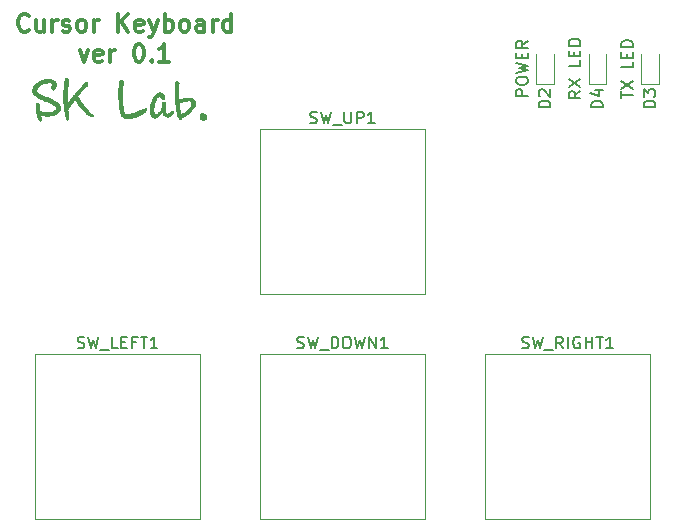
<source format=gto>
G04 #@! TF.GenerationSoftware,KiCad,Pcbnew,(5.0.0)*
G04 #@! TF.CreationDate,2018-12-24T14:00:07+09:00*
G04 #@! TF.ProjectId,mykeyboard,6D796B6579626F6172642E6B69636164,rev?*
G04 #@! TF.SameCoordinates,Original*
G04 #@! TF.FileFunction,Legend,Top*
G04 #@! TF.FilePolarity,Positive*
%FSLAX46Y46*%
G04 Gerber Fmt 4.6, Leading zero omitted, Abs format (unit mm)*
G04 Created by KiCad (PCBNEW (5.0.0)) date 12/24/18 14:00:07*
%MOMM*%
%LPD*%
G01*
G04 APERTURE LIST*
%ADD10C,0.300000*%
%ADD11C,0.150000*%
%ADD12C,0.120000*%
%ADD13C,0.010000*%
G04 APERTURE END LIST*
D10*
X78852142Y-48790714D02*
X78780714Y-48862142D01*
X78566428Y-48933571D01*
X78423571Y-48933571D01*
X78209285Y-48862142D01*
X78066428Y-48719285D01*
X77995000Y-48576428D01*
X77923571Y-48290714D01*
X77923571Y-48076428D01*
X77995000Y-47790714D01*
X78066428Y-47647857D01*
X78209285Y-47505000D01*
X78423571Y-47433571D01*
X78566428Y-47433571D01*
X78780714Y-47505000D01*
X78852142Y-47576428D01*
X80137857Y-47933571D02*
X80137857Y-48933571D01*
X79495000Y-47933571D02*
X79495000Y-48719285D01*
X79566428Y-48862142D01*
X79709285Y-48933571D01*
X79923571Y-48933571D01*
X80066428Y-48862142D01*
X80137857Y-48790714D01*
X80852142Y-48933571D02*
X80852142Y-47933571D01*
X80852142Y-48219285D02*
X80923571Y-48076428D01*
X80995000Y-48005000D01*
X81137857Y-47933571D01*
X81280714Y-47933571D01*
X81709285Y-48862142D02*
X81852142Y-48933571D01*
X82137857Y-48933571D01*
X82280714Y-48862142D01*
X82352142Y-48719285D01*
X82352142Y-48647857D01*
X82280714Y-48505000D01*
X82137857Y-48433571D01*
X81923571Y-48433571D01*
X81780714Y-48362142D01*
X81709285Y-48219285D01*
X81709285Y-48147857D01*
X81780714Y-48005000D01*
X81923571Y-47933571D01*
X82137857Y-47933571D01*
X82280714Y-48005000D01*
X83209285Y-48933571D02*
X83066428Y-48862142D01*
X82995000Y-48790714D01*
X82923571Y-48647857D01*
X82923571Y-48219285D01*
X82995000Y-48076428D01*
X83066428Y-48005000D01*
X83209285Y-47933571D01*
X83423571Y-47933571D01*
X83566428Y-48005000D01*
X83637857Y-48076428D01*
X83709285Y-48219285D01*
X83709285Y-48647857D01*
X83637857Y-48790714D01*
X83566428Y-48862142D01*
X83423571Y-48933571D01*
X83209285Y-48933571D01*
X84352142Y-48933571D02*
X84352142Y-47933571D01*
X84352142Y-48219285D02*
X84423571Y-48076428D01*
X84495000Y-48005000D01*
X84637857Y-47933571D01*
X84780714Y-47933571D01*
X86423571Y-48933571D02*
X86423571Y-47433571D01*
X87280714Y-48933571D02*
X86637857Y-48076428D01*
X87280714Y-47433571D02*
X86423571Y-48290714D01*
X88495000Y-48862142D02*
X88352142Y-48933571D01*
X88066428Y-48933571D01*
X87923571Y-48862142D01*
X87852142Y-48719285D01*
X87852142Y-48147857D01*
X87923571Y-48005000D01*
X88066428Y-47933571D01*
X88352142Y-47933571D01*
X88495000Y-48005000D01*
X88566428Y-48147857D01*
X88566428Y-48290714D01*
X87852142Y-48433571D01*
X89066428Y-47933571D02*
X89423571Y-48933571D01*
X89780714Y-47933571D02*
X89423571Y-48933571D01*
X89280714Y-49290714D01*
X89209285Y-49362142D01*
X89066428Y-49433571D01*
X90352142Y-48933571D02*
X90352142Y-47433571D01*
X90352142Y-48005000D02*
X90495000Y-47933571D01*
X90780714Y-47933571D01*
X90923571Y-48005000D01*
X90995000Y-48076428D01*
X91066428Y-48219285D01*
X91066428Y-48647857D01*
X90995000Y-48790714D01*
X90923571Y-48862142D01*
X90780714Y-48933571D01*
X90495000Y-48933571D01*
X90352142Y-48862142D01*
X91923571Y-48933571D02*
X91780714Y-48862142D01*
X91709285Y-48790714D01*
X91637857Y-48647857D01*
X91637857Y-48219285D01*
X91709285Y-48076428D01*
X91780714Y-48005000D01*
X91923571Y-47933571D01*
X92137857Y-47933571D01*
X92280714Y-48005000D01*
X92352142Y-48076428D01*
X92423571Y-48219285D01*
X92423571Y-48647857D01*
X92352142Y-48790714D01*
X92280714Y-48862142D01*
X92137857Y-48933571D01*
X91923571Y-48933571D01*
X93709285Y-48933571D02*
X93709285Y-48147857D01*
X93637857Y-48005000D01*
X93495000Y-47933571D01*
X93209285Y-47933571D01*
X93066428Y-48005000D01*
X93709285Y-48862142D02*
X93566428Y-48933571D01*
X93209285Y-48933571D01*
X93066428Y-48862142D01*
X92995000Y-48719285D01*
X92995000Y-48576428D01*
X93066428Y-48433571D01*
X93209285Y-48362142D01*
X93566428Y-48362142D01*
X93709285Y-48290714D01*
X94423571Y-48933571D02*
X94423571Y-47933571D01*
X94423571Y-48219285D02*
X94495000Y-48076428D01*
X94566428Y-48005000D01*
X94709285Y-47933571D01*
X94852142Y-47933571D01*
X95995000Y-48933571D02*
X95995000Y-47433571D01*
X95995000Y-48862142D02*
X95852142Y-48933571D01*
X95566428Y-48933571D01*
X95423571Y-48862142D01*
X95352142Y-48790714D01*
X95280714Y-48647857D01*
X95280714Y-48219285D01*
X95352142Y-48076428D01*
X95423571Y-48005000D01*
X95566428Y-47933571D01*
X95852142Y-47933571D01*
X95995000Y-48005000D01*
X83173571Y-50483571D02*
X83530714Y-51483571D01*
X83887857Y-50483571D01*
X85030714Y-51412142D02*
X84887857Y-51483571D01*
X84602142Y-51483571D01*
X84459285Y-51412142D01*
X84387857Y-51269285D01*
X84387857Y-50697857D01*
X84459285Y-50555000D01*
X84602142Y-50483571D01*
X84887857Y-50483571D01*
X85030714Y-50555000D01*
X85102142Y-50697857D01*
X85102142Y-50840714D01*
X84387857Y-50983571D01*
X85745000Y-51483571D02*
X85745000Y-50483571D01*
X85745000Y-50769285D02*
X85816428Y-50626428D01*
X85887857Y-50555000D01*
X86030714Y-50483571D01*
X86173571Y-50483571D01*
X88102142Y-49983571D02*
X88245000Y-49983571D01*
X88387857Y-50055000D01*
X88459285Y-50126428D01*
X88530714Y-50269285D01*
X88602142Y-50555000D01*
X88602142Y-50912142D01*
X88530714Y-51197857D01*
X88459285Y-51340714D01*
X88387857Y-51412142D01*
X88245000Y-51483571D01*
X88102142Y-51483571D01*
X87959285Y-51412142D01*
X87887857Y-51340714D01*
X87816428Y-51197857D01*
X87745000Y-50912142D01*
X87745000Y-50555000D01*
X87816428Y-50269285D01*
X87887857Y-50126428D01*
X87959285Y-50055000D01*
X88102142Y-49983571D01*
X89245000Y-51340714D02*
X89316428Y-51412142D01*
X89245000Y-51483571D01*
X89173571Y-51412142D01*
X89245000Y-51340714D01*
X89245000Y-51483571D01*
X90745000Y-51483571D02*
X89887857Y-51483571D01*
X90316428Y-51483571D02*
X90316428Y-49983571D01*
X90173571Y-50197857D01*
X90030714Y-50340714D01*
X89887857Y-50412142D01*
D11*
X128992380Y-54570000D02*
X128992380Y-53998571D01*
X129992380Y-54284285D02*
X128992380Y-54284285D01*
X128992380Y-53760476D02*
X129992380Y-53093809D01*
X128992380Y-53093809D02*
X129992380Y-53760476D01*
X129992380Y-51474761D02*
X129992380Y-51950952D01*
X128992380Y-51950952D01*
X129468571Y-51141428D02*
X129468571Y-50808095D01*
X129992380Y-50665238D02*
X129992380Y-51141428D01*
X128992380Y-51141428D01*
X128992380Y-50665238D01*
X129992380Y-50236666D02*
X128992380Y-50236666D01*
X128992380Y-49998571D01*
X129040000Y-49855714D01*
X129135238Y-49760476D01*
X129230476Y-49712857D01*
X129420952Y-49665238D01*
X129563809Y-49665238D01*
X129754285Y-49712857D01*
X129849523Y-49760476D01*
X129944761Y-49855714D01*
X129992380Y-49998571D01*
X129992380Y-50236666D01*
X125547380Y-53974761D02*
X125071190Y-54308095D01*
X125547380Y-54546190D02*
X124547380Y-54546190D01*
X124547380Y-54165238D01*
X124595000Y-54070000D01*
X124642619Y-54022380D01*
X124737857Y-53974761D01*
X124880714Y-53974761D01*
X124975952Y-54022380D01*
X125023571Y-54070000D01*
X125071190Y-54165238D01*
X125071190Y-54546190D01*
X124547380Y-53641428D02*
X125547380Y-52974761D01*
X124547380Y-52974761D02*
X125547380Y-53641428D01*
X125547380Y-51355714D02*
X125547380Y-51831904D01*
X124547380Y-51831904D01*
X125023571Y-51022380D02*
X125023571Y-50689047D01*
X125547380Y-50546190D02*
X125547380Y-51022380D01*
X124547380Y-51022380D01*
X124547380Y-50546190D01*
X125547380Y-50117619D02*
X124547380Y-50117619D01*
X124547380Y-49879523D01*
X124595000Y-49736666D01*
X124690238Y-49641428D01*
X124785476Y-49593809D01*
X124975952Y-49546190D01*
X125118809Y-49546190D01*
X125309285Y-49593809D01*
X125404523Y-49641428D01*
X125499761Y-49736666D01*
X125547380Y-49879523D01*
X125547380Y-50117619D01*
X121102380Y-54379523D02*
X120102380Y-54379523D01*
X120102380Y-53998571D01*
X120150000Y-53903333D01*
X120197619Y-53855714D01*
X120292857Y-53808095D01*
X120435714Y-53808095D01*
X120530952Y-53855714D01*
X120578571Y-53903333D01*
X120626190Y-53998571D01*
X120626190Y-54379523D01*
X120102380Y-53189047D02*
X120102380Y-52998571D01*
X120150000Y-52903333D01*
X120245238Y-52808095D01*
X120435714Y-52760476D01*
X120769047Y-52760476D01*
X120959523Y-52808095D01*
X121054761Y-52903333D01*
X121102380Y-52998571D01*
X121102380Y-53189047D01*
X121054761Y-53284285D01*
X120959523Y-53379523D01*
X120769047Y-53427142D01*
X120435714Y-53427142D01*
X120245238Y-53379523D01*
X120150000Y-53284285D01*
X120102380Y-53189047D01*
X120102380Y-52427142D02*
X121102380Y-52189047D01*
X120388095Y-51998571D01*
X121102380Y-51808095D01*
X120102380Y-51570000D01*
X120578571Y-51189047D02*
X120578571Y-50855714D01*
X121102380Y-50712857D02*
X121102380Y-51189047D01*
X120102380Y-51189047D01*
X120102380Y-50712857D01*
X121102380Y-49712857D02*
X120626190Y-50046190D01*
X121102380Y-50284285D02*
X120102380Y-50284285D01*
X120102380Y-49903333D01*
X120150000Y-49808095D01*
X120197619Y-49760476D01*
X120292857Y-49712857D01*
X120435714Y-49712857D01*
X120530952Y-49760476D01*
X120578571Y-49808095D01*
X120626190Y-49903333D01*
X120626190Y-50284285D01*
D12*
G04 #@! TO.C,SW_DOWN1*
X98425000Y-90170000D02*
X98425000Y-76200000D01*
X112395000Y-90170000D02*
X98425000Y-90170000D01*
X112395000Y-76200000D02*
X112395000Y-90170000D01*
X98425000Y-76200000D02*
X112395000Y-76200000D01*
G04 #@! TO.C,SW_LEFT1*
X79375000Y-90170000D02*
X79375000Y-76200000D01*
X93345000Y-90170000D02*
X79375000Y-90170000D01*
X93345000Y-76200000D02*
X93345000Y-90170000D01*
X79375000Y-76200000D02*
X93345000Y-76200000D01*
G04 #@! TO.C,SW_RIGHT1*
X117475000Y-90170000D02*
X117475000Y-76200000D01*
X131445000Y-90170000D02*
X117475000Y-90170000D01*
X131445000Y-76200000D02*
X131445000Y-90170000D01*
X117475000Y-76200000D02*
X131445000Y-76200000D01*
G04 #@! TO.C,SW_UP1*
X98425000Y-71120000D02*
X98425000Y-57150000D01*
X112395000Y-71120000D02*
X98425000Y-71120000D01*
X112395000Y-57150000D02*
X112395000Y-71120000D01*
X98425000Y-57150000D02*
X112395000Y-57150000D01*
G04 #@! TO.C,D2*
X123290000Y-53335000D02*
X123290000Y-50875000D01*
X121820000Y-53335000D02*
X123290000Y-53335000D01*
X121820000Y-50875000D02*
X121820000Y-53335000D01*
G04 #@! TO.C,D3*
X132180000Y-53335000D02*
X132180000Y-50875000D01*
X130710000Y-53335000D02*
X132180000Y-53335000D01*
X130710000Y-50875000D02*
X130710000Y-53335000D01*
G04 #@! TO.C,D4*
X127735000Y-53335000D02*
X127735000Y-50875000D01*
X126265000Y-53335000D02*
X127735000Y-53335000D01*
X126265000Y-50875000D02*
X126265000Y-53335000D01*
D13*
G04 #@! TO.C,G\002A\002A\002A*
G36*
X89939503Y-54085375D02*
X90020782Y-54103471D01*
X90094901Y-54139077D01*
X90160232Y-54190151D01*
X90215148Y-54254651D01*
X90258021Y-54330534D01*
X90287223Y-54415759D01*
X90301126Y-54508283D01*
X90302080Y-54540277D01*
X90301276Y-54577874D01*
X90297639Y-54601306D01*
X90289331Y-54616706D01*
X90275309Y-54629582D01*
X90239368Y-54645838D01*
X90193363Y-54649004D01*
X90142111Y-54639824D01*
X90090429Y-54619045D01*
X90052753Y-54595138D01*
X90033151Y-54576771D01*
X90020296Y-54553895D01*
X90010720Y-54519631D01*
X90008033Y-54506437D01*
X89991104Y-54438939D01*
X89969809Y-54386111D01*
X89945094Y-54349411D01*
X89917904Y-54330293D01*
X89892933Y-54329106D01*
X89849775Y-54349025D01*
X89803372Y-54386811D01*
X89754881Y-54440497D01*
X89705460Y-54508113D01*
X89656264Y-54587690D01*
X89608452Y-54677259D01*
X89563181Y-54774850D01*
X89521607Y-54878495D01*
X89484887Y-54986224D01*
X89463536Y-55059860D01*
X89435779Y-55177159D01*
X89415485Y-55293313D01*
X89402569Y-55406235D01*
X89396949Y-55513839D01*
X89398541Y-55614038D01*
X89407264Y-55704744D01*
X89423034Y-55783870D01*
X89445768Y-55849330D01*
X89475384Y-55899037D01*
X89497757Y-55921497D01*
X89522062Y-55935666D01*
X89549388Y-55938237D01*
X89565401Y-55936258D01*
X89621579Y-55918961D01*
X89683675Y-55885354D01*
X89749371Y-55837702D01*
X89816347Y-55778271D01*
X89882285Y-55709326D01*
X89944866Y-55633133D01*
X90001772Y-55551957D01*
X90050683Y-55468064D01*
X90056822Y-55456109D01*
X90071165Y-55426255D01*
X90080437Y-55401078D01*
X90085749Y-55374601D01*
X90088215Y-55340849D01*
X90088948Y-55293845D01*
X90088982Y-55283389D01*
X90090312Y-55220153D01*
X90093719Y-55149944D01*
X90098740Y-55078863D01*
X90104912Y-55013012D01*
X90111774Y-54958491D01*
X90115129Y-54938390D01*
X90130660Y-54896277D01*
X90156835Y-54869008D01*
X90191010Y-54856059D01*
X90230538Y-54856905D01*
X90272775Y-54871018D01*
X90315075Y-54897874D01*
X90354791Y-54936947D01*
X90389280Y-54987712D01*
X90392372Y-54993474D01*
X90397665Y-55009833D01*
X90397981Y-55032768D01*
X90393049Y-55067074D01*
X90386389Y-55100154D01*
X90377996Y-55154413D01*
X90372069Y-55223769D01*
X90368603Y-55303149D01*
X90367596Y-55387478D01*
X90369044Y-55471685D01*
X90372945Y-55550697D01*
X90379294Y-55619440D01*
X90386744Y-55666640D01*
X90403497Y-55732991D01*
X90423847Y-55790139D01*
X90446351Y-55834950D01*
X90469565Y-55864292D01*
X90481679Y-55872508D01*
X90514802Y-55877971D01*
X90561433Y-55871674D01*
X90619223Y-55854561D01*
X90685818Y-55827572D01*
X90758868Y-55791652D01*
X90836021Y-55747741D01*
X90907524Y-55701831D01*
X90947597Y-55675659D01*
X90982889Y-55654438D01*
X91009311Y-55640514D01*
X91022040Y-55636160D01*
X91048219Y-55643803D01*
X91061378Y-55666038D01*
X91061479Y-55701826D01*
X91048481Y-55750123D01*
X91028128Y-55798111D01*
X90981644Y-55878447D01*
X90923422Y-55947870D01*
X90850537Y-56009361D01*
X90771210Y-56059691D01*
X90684256Y-56101079D01*
X90600376Y-56125903D01*
X90521537Y-56133889D01*
X90449710Y-56124763D01*
X90408760Y-56110018D01*
X90355784Y-56076459D01*
X90302871Y-56027261D01*
X90253490Y-55966818D01*
X90211112Y-55899522D01*
X90179206Y-55829768D01*
X90172956Y-55811461D01*
X90160822Y-55779905D01*
X90147680Y-55763326D01*
X90131671Y-55762295D01*
X90110939Y-55777381D01*
X90083626Y-55809155D01*
X90055366Y-55847570D01*
X89982182Y-55941072D01*
X89903290Y-56024383D01*
X89821392Y-56095186D01*
X89739186Y-56151164D01*
X89659373Y-56190001D01*
X89653917Y-56192028D01*
X89591073Y-56208026D01*
X89521056Y-56214772D01*
X89451965Y-56212074D01*
X89391904Y-56199740D01*
X89387734Y-56198333D01*
X89317471Y-56165707D01*
X89258425Y-56119946D01*
X89208219Y-56058756D01*
X89167088Y-55985380D01*
X89134424Y-55898730D01*
X89110818Y-55796968D01*
X89096333Y-55683207D01*
X89091033Y-55560555D01*
X89094982Y-55432124D01*
X89108243Y-55301025D01*
X89130879Y-55170366D01*
X89148854Y-55093991D01*
X89192178Y-54949756D01*
X89245729Y-54808602D01*
X89308054Y-54672964D01*
X89377699Y-54545281D01*
X89453212Y-54427987D01*
X89533140Y-54323522D01*
X89616030Y-54234320D01*
X89700429Y-54162820D01*
X89706751Y-54158259D01*
X89775500Y-54116213D01*
X89840497Y-54091759D01*
X89905659Y-54083669D01*
X89939503Y-54085375D01*
X89939503Y-54085375D01*
G37*
X89939503Y-54085375D02*
X90020782Y-54103471D01*
X90094901Y-54139077D01*
X90160232Y-54190151D01*
X90215148Y-54254651D01*
X90258021Y-54330534D01*
X90287223Y-54415759D01*
X90301126Y-54508283D01*
X90302080Y-54540277D01*
X90301276Y-54577874D01*
X90297639Y-54601306D01*
X90289331Y-54616706D01*
X90275309Y-54629582D01*
X90239368Y-54645838D01*
X90193363Y-54649004D01*
X90142111Y-54639824D01*
X90090429Y-54619045D01*
X90052753Y-54595138D01*
X90033151Y-54576771D01*
X90020296Y-54553895D01*
X90010720Y-54519631D01*
X90008033Y-54506437D01*
X89991104Y-54438939D01*
X89969809Y-54386111D01*
X89945094Y-54349411D01*
X89917904Y-54330293D01*
X89892933Y-54329106D01*
X89849775Y-54349025D01*
X89803372Y-54386811D01*
X89754881Y-54440497D01*
X89705460Y-54508113D01*
X89656264Y-54587690D01*
X89608452Y-54677259D01*
X89563181Y-54774850D01*
X89521607Y-54878495D01*
X89484887Y-54986224D01*
X89463536Y-55059860D01*
X89435779Y-55177159D01*
X89415485Y-55293313D01*
X89402569Y-55406235D01*
X89396949Y-55513839D01*
X89398541Y-55614038D01*
X89407264Y-55704744D01*
X89423034Y-55783870D01*
X89445768Y-55849330D01*
X89475384Y-55899037D01*
X89497757Y-55921497D01*
X89522062Y-55935666D01*
X89549388Y-55938237D01*
X89565401Y-55936258D01*
X89621579Y-55918961D01*
X89683675Y-55885354D01*
X89749371Y-55837702D01*
X89816347Y-55778271D01*
X89882285Y-55709326D01*
X89944866Y-55633133D01*
X90001772Y-55551957D01*
X90050683Y-55468064D01*
X90056822Y-55456109D01*
X90071165Y-55426255D01*
X90080437Y-55401078D01*
X90085749Y-55374601D01*
X90088215Y-55340849D01*
X90088948Y-55293845D01*
X90088982Y-55283389D01*
X90090312Y-55220153D01*
X90093719Y-55149944D01*
X90098740Y-55078863D01*
X90104912Y-55013012D01*
X90111774Y-54958491D01*
X90115129Y-54938390D01*
X90130660Y-54896277D01*
X90156835Y-54869008D01*
X90191010Y-54856059D01*
X90230538Y-54856905D01*
X90272775Y-54871018D01*
X90315075Y-54897874D01*
X90354791Y-54936947D01*
X90389280Y-54987712D01*
X90392372Y-54993474D01*
X90397665Y-55009833D01*
X90397981Y-55032768D01*
X90393049Y-55067074D01*
X90386389Y-55100154D01*
X90377996Y-55154413D01*
X90372069Y-55223769D01*
X90368603Y-55303149D01*
X90367596Y-55387478D01*
X90369044Y-55471685D01*
X90372945Y-55550697D01*
X90379294Y-55619440D01*
X90386744Y-55666640D01*
X90403497Y-55732991D01*
X90423847Y-55790139D01*
X90446351Y-55834950D01*
X90469565Y-55864292D01*
X90481679Y-55872508D01*
X90514802Y-55877971D01*
X90561433Y-55871674D01*
X90619223Y-55854561D01*
X90685818Y-55827572D01*
X90758868Y-55791652D01*
X90836021Y-55747741D01*
X90907524Y-55701831D01*
X90947597Y-55675659D01*
X90982889Y-55654438D01*
X91009311Y-55640514D01*
X91022040Y-55636160D01*
X91048219Y-55643803D01*
X91061378Y-55666038D01*
X91061479Y-55701826D01*
X91048481Y-55750123D01*
X91028128Y-55798111D01*
X90981644Y-55878447D01*
X90923422Y-55947870D01*
X90850537Y-56009361D01*
X90771210Y-56059691D01*
X90684256Y-56101079D01*
X90600376Y-56125903D01*
X90521537Y-56133889D01*
X90449710Y-56124763D01*
X90408760Y-56110018D01*
X90355784Y-56076459D01*
X90302871Y-56027261D01*
X90253490Y-55966818D01*
X90211112Y-55899522D01*
X90179206Y-55829768D01*
X90172956Y-55811461D01*
X90160822Y-55779905D01*
X90147680Y-55763326D01*
X90131671Y-55762295D01*
X90110939Y-55777381D01*
X90083626Y-55809155D01*
X90055366Y-55847570D01*
X89982182Y-55941072D01*
X89903290Y-56024383D01*
X89821392Y-56095186D01*
X89739186Y-56151164D01*
X89659373Y-56190001D01*
X89653917Y-56192028D01*
X89591073Y-56208026D01*
X89521056Y-56214772D01*
X89451965Y-56212074D01*
X89391904Y-56199740D01*
X89387734Y-56198333D01*
X89317471Y-56165707D01*
X89258425Y-56119946D01*
X89208219Y-56058756D01*
X89167088Y-55985380D01*
X89134424Y-55898730D01*
X89110818Y-55796968D01*
X89096333Y-55683207D01*
X89091033Y-55560555D01*
X89094982Y-55432124D01*
X89108243Y-55301025D01*
X89130879Y-55170366D01*
X89148854Y-55093991D01*
X89192178Y-54949756D01*
X89245729Y-54808602D01*
X89308054Y-54672964D01*
X89377699Y-54545281D01*
X89453212Y-54427987D01*
X89533140Y-54323522D01*
X89616030Y-54234320D01*
X89700429Y-54162820D01*
X89706751Y-54158259D01*
X89775500Y-54116213D01*
X89840497Y-54091759D01*
X89905659Y-54083669D01*
X89939503Y-54085375D01*
G36*
X86698521Y-53011960D02*
X86738023Y-53042831D01*
X86774488Y-53087692D01*
X86794261Y-53121560D01*
X86810042Y-53158791D01*
X86818239Y-53197044D01*
X86818939Y-53240854D01*
X86812230Y-53294755D01*
X86798874Y-53360320D01*
X86785726Y-53423849D01*
X86774578Y-53490717D01*
X86765300Y-53562982D01*
X86757760Y-53642699D01*
X86751828Y-53731925D01*
X86747375Y-53832716D01*
X86744269Y-53947128D01*
X86742380Y-54077218D01*
X86741578Y-54225042D01*
X86741532Y-54264560D01*
X86743723Y-54518348D01*
X86750563Y-54752976D01*
X86762113Y-54969078D01*
X86778431Y-55167289D01*
X86799578Y-55348244D01*
X86825614Y-55512577D01*
X86856600Y-55660923D01*
X86883437Y-55763160D01*
X86900610Y-55818846D01*
X86916014Y-55858276D01*
X86931847Y-55885122D01*
X86950306Y-55903056D01*
X86973591Y-55915752D01*
X86975143Y-55916408D01*
X87003097Y-55923152D01*
X87046540Y-55927773D01*
X87100749Y-55930217D01*
X87161000Y-55930426D01*
X87222568Y-55928345D01*
X87280729Y-55923916D01*
X87309960Y-55920402D01*
X87446758Y-55896243D01*
X87597669Y-55860500D01*
X87760617Y-55813874D01*
X87933525Y-55757062D01*
X88114319Y-55690762D01*
X88300921Y-55615673D01*
X88491255Y-55532493D01*
X88566997Y-55497567D01*
X88621042Y-55472936D01*
X88670297Y-55451722D01*
X88711182Y-55435370D01*
X88740120Y-55425326D01*
X88752021Y-55422800D01*
X88777188Y-55430039D01*
X88798632Y-55445660D01*
X88814344Y-55476277D01*
X88813181Y-55514369D01*
X88796399Y-55558238D01*
X88765254Y-55606184D01*
X88721003Y-55656509D01*
X88664900Y-55707515D01*
X88598204Y-55757503D01*
X88541228Y-55793752D01*
X88368733Y-55889991D01*
X88190329Y-55978421D01*
X88009228Y-56057815D01*
X87828643Y-56126946D01*
X87651786Y-56184588D01*
X87481868Y-56229514D01*
X87322102Y-56260498D01*
X87316890Y-56261292D01*
X87253709Y-56268690D01*
X87185141Y-56273153D01*
X87116137Y-56274693D01*
X87051649Y-56273318D01*
X86996626Y-56269039D01*
X86956022Y-56261867D01*
X86951463Y-56260537D01*
X86878497Y-56228688D01*
X86806618Y-56181232D01*
X86740798Y-56122508D01*
X86686010Y-56056855D01*
X86652038Y-55999283D01*
X86621542Y-55923479D01*
X86592616Y-55828991D01*
X86565450Y-55717408D01*
X86540234Y-55590322D01*
X86517156Y-55449320D01*
X86496407Y-55295993D01*
X86478175Y-55131930D01*
X86462651Y-54958721D01*
X86450024Y-54777954D01*
X86440483Y-54591221D01*
X86434218Y-54400110D01*
X86431418Y-54206210D01*
X86431282Y-54147720D01*
X86433178Y-53951584D01*
X86438621Y-53772715D01*
X86447565Y-53611445D01*
X86459967Y-53468104D01*
X86475779Y-53343025D01*
X86494956Y-53236538D01*
X86517453Y-53148974D01*
X86543224Y-53080666D01*
X86572224Y-53031945D01*
X86586824Y-53016028D01*
X86620418Y-52997285D01*
X86658484Y-52996354D01*
X86698521Y-53011960D01*
X86698521Y-53011960D01*
G37*
X86698521Y-53011960D02*
X86738023Y-53042831D01*
X86774488Y-53087692D01*
X86794261Y-53121560D01*
X86810042Y-53158791D01*
X86818239Y-53197044D01*
X86818939Y-53240854D01*
X86812230Y-53294755D01*
X86798874Y-53360320D01*
X86785726Y-53423849D01*
X86774578Y-53490717D01*
X86765300Y-53562982D01*
X86757760Y-53642699D01*
X86751828Y-53731925D01*
X86747375Y-53832716D01*
X86744269Y-53947128D01*
X86742380Y-54077218D01*
X86741578Y-54225042D01*
X86741532Y-54264560D01*
X86743723Y-54518348D01*
X86750563Y-54752976D01*
X86762113Y-54969078D01*
X86778431Y-55167289D01*
X86799578Y-55348244D01*
X86825614Y-55512577D01*
X86856600Y-55660923D01*
X86883437Y-55763160D01*
X86900610Y-55818846D01*
X86916014Y-55858276D01*
X86931847Y-55885122D01*
X86950306Y-55903056D01*
X86973591Y-55915752D01*
X86975143Y-55916408D01*
X87003097Y-55923152D01*
X87046540Y-55927773D01*
X87100749Y-55930217D01*
X87161000Y-55930426D01*
X87222568Y-55928345D01*
X87280729Y-55923916D01*
X87309960Y-55920402D01*
X87446758Y-55896243D01*
X87597669Y-55860500D01*
X87760617Y-55813874D01*
X87933525Y-55757062D01*
X88114319Y-55690762D01*
X88300921Y-55615673D01*
X88491255Y-55532493D01*
X88566997Y-55497567D01*
X88621042Y-55472936D01*
X88670297Y-55451722D01*
X88711182Y-55435370D01*
X88740120Y-55425326D01*
X88752021Y-55422800D01*
X88777188Y-55430039D01*
X88798632Y-55445660D01*
X88814344Y-55476277D01*
X88813181Y-55514369D01*
X88796399Y-55558238D01*
X88765254Y-55606184D01*
X88721003Y-55656509D01*
X88664900Y-55707515D01*
X88598204Y-55757503D01*
X88541228Y-55793752D01*
X88368733Y-55889991D01*
X88190329Y-55978421D01*
X88009228Y-56057815D01*
X87828643Y-56126946D01*
X87651786Y-56184588D01*
X87481868Y-56229514D01*
X87322102Y-56260498D01*
X87316890Y-56261292D01*
X87253709Y-56268690D01*
X87185141Y-56273153D01*
X87116137Y-56274693D01*
X87051649Y-56273318D01*
X86996626Y-56269039D01*
X86956022Y-56261867D01*
X86951463Y-56260537D01*
X86878497Y-56228688D01*
X86806618Y-56181232D01*
X86740798Y-56122508D01*
X86686010Y-56056855D01*
X86652038Y-55999283D01*
X86621542Y-55923479D01*
X86592616Y-55828991D01*
X86565450Y-55717408D01*
X86540234Y-55590322D01*
X86517156Y-55449320D01*
X86496407Y-55295993D01*
X86478175Y-55131930D01*
X86462651Y-54958721D01*
X86450024Y-54777954D01*
X86440483Y-54591221D01*
X86434218Y-54400110D01*
X86431418Y-54206210D01*
X86431282Y-54147720D01*
X86433178Y-53951584D01*
X86438621Y-53772715D01*
X86447565Y-53611445D01*
X86459967Y-53468104D01*
X86475779Y-53343025D01*
X86494956Y-53236538D01*
X86517453Y-53148974D01*
X86543224Y-53080666D01*
X86572224Y-53031945D01*
X86586824Y-53016028D01*
X86620418Y-52997285D01*
X86658484Y-52996354D01*
X86698521Y-53011960D01*
G36*
X91364959Y-53106702D02*
X91410422Y-53130233D01*
X91456658Y-53169471D01*
X91499117Y-53220512D01*
X91501279Y-53223624D01*
X91530886Y-53266656D01*
X91516561Y-53341527D01*
X91506018Y-53409732D01*
X91496996Y-53494607D01*
X91489727Y-53592541D01*
X91484445Y-53699923D01*
X91481382Y-53813144D01*
X91480681Y-53897365D01*
X91481102Y-53964864D01*
X91482314Y-54040677D01*
X91484202Y-54121943D01*
X91486651Y-54205802D01*
X91489548Y-54289392D01*
X91492776Y-54369854D01*
X91496221Y-54444326D01*
X91499768Y-54509948D01*
X91503303Y-54563859D01*
X91506710Y-54603199D01*
X91509875Y-54625106D01*
X91509900Y-54625208D01*
X91524052Y-54652547D01*
X91543635Y-54670340D01*
X91557878Y-54676780D01*
X91573512Y-54678724D01*
X91595391Y-54675641D01*
X91628365Y-54666999D01*
X91659838Y-54657602D01*
X91706219Y-54644311D01*
X91764758Y-54628750D01*
X91827742Y-54612915D01*
X91883962Y-54599596D01*
X92045881Y-54566957D01*
X92192445Y-54546618D01*
X92324553Y-54538682D01*
X92443103Y-54543253D01*
X92548992Y-54560434D01*
X92643118Y-54590328D01*
X92726380Y-54633040D01*
X92799676Y-54688672D01*
X92819278Y-54707319D01*
X92870514Y-54764565D01*
X92905092Y-54819070D01*
X92925220Y-54875648D01*
X92933104Y-54939112D01*
X92933420Y-54956354D01*
X92923745Y-55063830D01*
X92895183Y-55173756D01*
X92848836Y-55284936D01*
X92785807Y-55396174D01*
X92707199Y-55506274D01*
X92614116Y-55614039D01*
X92507659Y-55718275D01*
X92388932Y-55817785D01*
X92259037Y-55911373D01*
X92119078Y-55997843D01*
X91970157Y-56076000D01*
X91852160Y-56128895D01*
X91810037Y-56147447D01*
X91775029Y-56164765D01*
X91751411Y-56178619D01*
X91743701Y-56185476D01*
X91736834Y-56203577D01*
X91728017Y-56232870D01*
X91723786Y-56248778D01*
X91704573Y-56300535D01*
X91678143Y-56333516D01*
X91644773Y-56347562D01*
X91604741Y-56342515D01*
X91579700Y-56331389D01*
X91565428Y-56321594D01*
X91552578Y-56307051D01*
X91539747Y-56284869D01*
X91525534Y-56252163D01*
X91508535Y-56206042D01*
X91487349Y-56143620D01*
X91484823Y-56135996D01*
X91438095Y-55979874D01*
X91394748Y-55804415D01*
X91354897Y-55610339D01*
X91318661Y-55398365D01*
X91286153Y-55169214D01*
X91265347Y-54990915D01*
X91539249Y-54990915D01*
X91546043Y-55067157D01*
X91560051Y-55201807D01*
X91579188Y-55350957D01*
X91602735Y-55509649D01*
X91629972Y-55672924D01*
X91649421Y-55779732D01*
X91659892Y-55834711D01*
X91667906Y-55873038D01*
X91674764Y-55898031D01*
X91681766Y-55913008D01*
X91690215Y-55921288D01*
X91701410Y-55926187D01*
X91707614Y-55928149D01*
X91739705Y-55932686D01*
X91760040Y-55925715D01*
X91778167Y-55914674D01*
X91807889Y-55896558D01*
X91843452Y-55874872D01*
X91851480Y-55869976D01*
X91963001Y-55797345D01*
X92073323Y-55716782D01*
X92179482Y-55630924D01*
X92278518Y-55542413D01*
X92367465Y-55453886D01*
X92443364Y-55367984D01*
X92500023Y-55292194D01*
X92556810Y-55198123D01*
X92595226Y-55112415D01*
X92615300Y-55034804D01*
X92617056Y-54965022D01*
X92600521Y-54902802D01*
X92565721Y-54847877D01*
X92545790Y-54827037D01*
X92512199Y-54798037D01*
X92481119Y-54778872D01*
X92447215Y-54767997D01*
X92405150Y-54763863D01*
X92349592Y-54764924D01*
X92334406Y-54765736D01*
X92207360Y-54780006D01*
X92066501Y-54808988D01*
X91911988Y-54852643D01*
X91743981Y-54910929D01*
X91685204Y-54933524D01*
X91539249Y-54990915D01*
X91265347Y-54990915D01*
X91257492Y-54923605D01*
X91232794Y-54662258D01*
X91219928Y-54498240D01*
X91215312Y-54423507D01*
X91211324Y-54336540D01*
X91207979Y-54239954D01*
X91205287Y-54136364D01*
X91203262Y-54028383D01*
X91201914Y-53918627D01*
X91201257Y-53809710D01*
X91201302Y-53704246D01*
X91202061Y-53604850D01*
X91203547Y-53514138D01*
X91205772Y-53434722D01*
X91208747Y-53369219D01*
X91212485Y-53320242D01*
X91214398Y-53304440D01*
X91229892Y-53225538D01*
X91250935Y-53166057D01*
X91277651Y-53125837D01*
X91310162Y-53104717D01*
X91348590Y-53102536D01*
X91364959Y-53106702D01*
X91364959Y-53106702D01*
G37*
X91364959Y-53106702D02*
X91410422Y-53130233D01*
X91456658Y-53169471D01*
X91499117Y-53220512D01*
X91501279Y-53223624D01*
X91530886Y-53266656D01*
X91516561Y-53341527D01*
X91506018Y-53409732D01*
X91496996Y-53494607D01*
X91489727Y-53592541D01*
X91484445Y-53699923D01*
X91481382Y-53813144D01*
X91480681Y-53897365D01*
X91481102Y-53964864D01*
X91482314Y-54040677D01*
X91484202Y-54121943D01*
X91486651Y-54205802D01*
X91489548Y-54289392D01*
X91492776Y-54369854D01*
X91496221Y-54444326D01*
X91499768Y-54509948D01*
X91503303Y-54563859D01*
X91506710Y-54603199D01*
X91509875Y-54625106D01*
X91509900Y-54625208D01*
X91524052Y-54652547D01*
X91543635Y-54670340D01*
X91557878Y-54676780D01*
X91573512Y-54678724D01*
X91595391Y-54675641D01*
X91628365Y-54666999D01*
X91659838Y-54657602D01*
X91706219Y-54644311D01*
X91764758Y-54628750D01*
X91827742Y-54612915D01*
X91883962Y-54599596D01*
X92045881Y-54566957D01*
X92192445Y-54546618D01*
X92324553Y-54538682D01*
X92443103Y-54543253D01*
X92548992Y-54560434D01*
X92643118Y-54590328D01*
X92726380Y-54633040D01*
X92799676Y-54688672D01*
X92819278Y-54707319D01*
X92870514Y-54764565D01*
X92905092Y-54819070D01*
X92925220Y-54875648D01*
X92933104Y-54939112D01*
X92933420Y-54956354D01*
X92923745Y-55063830D01*
X92895183Y-55173756D01*
X92848836Y-55284936D01*
X92785807Y-55396174D01*
X92707199Y-55506274D01*
X92614116Y-55614039D01*
X92507659Y-55718275D01*
X92388932Y-55817785D01*
X92259037Y-55911373D01*
X92119078Y-55997843D01*
X91970157Y-56076000D01*
X91852160Y-56128895D01*
X91810037Y-56147447D01*
X91775029Y-56164765D01*
X91751411Y-56178619D01*
X91743701Y-56185476D01*
X91736834Y-56203577D01*
X91728017Y-56232870D01*
X91723786Y-56248778D01*
X91704573Y-56300535D01*
X91678143Y-56333516D01*
X91644773Y-56347562D01*
X91604741Y-56342515D01*
X91579700Y-56331389D01*
X91565428Y-56321594D01*
X91552578Y-56307051D01*
X91539747Y-56284869D01*
X91525534Y-56252163D01*
X91508535Y-56206042D01*
X91487349Y-56143620D01*
X91484823Y-56135996D01*
X91438095Y-55979874D01*
X91394748Y-55804415D01*
X91354897Y-55610339D01*
X91318661Y-55398365D01*
X91286153Y-55169214D01*
X91265347Y-54990915D01*
X91539249Y-54990915D01*
X91546043Y-55067157D01*
X91560051Y-55201807D01*
X91579188Y-55350957D01*
X91602735Y-55509649D01*
X91629972Y-55672924D01*
X91649421Y-55779732D01*
X91659892Y-55834711D01*
X91667906Y-55873038D01*
X91674764Y-55898031D01*
X91681766Y-55913008D01*
X91690215Y-55921288D01*
X91701410Y-55926187D01*
X91707614Y-55928149D01*
X91739705Y-55932686D01*
X91760040Y-55925715D01*
X91778167Y-55914674D01*
X91807889Y-55896558D01*
X91843452Y-55874872D01*
X91851480Y-55869976D01*
X91963001Y-55797345D01*
X92073323Y-55716782D01*
X92179482Y-55630924D01*
X92278518Y-55542413D01*
X92367465Y-55453886D01*
X92443364Y-55367984D01*
X92500023Y-55292194D01*
X92556810Y-55198123D01*
X92595226Y-55112415D01*
X92615300Y-55034804D01*
X92617056Y-54965022D01*
X92600521Y-54902802D01*
X92565721Y-54847877D01*
X92545790Y-54827037D01*
X92512199Y-54798037D01*
X92481119Y-54778872D01*
X92447215Y-54767997D01*
X92405150Y-54763863D01*
X92349592Y-54764924D01*
X92334406Y-54765736D01*
X92207360Y-54780006D01*
X92066501Y-54808988D01*
X91911988Y-54852643D01*
X91743981Y-54910929D01*
X91685204Y-54933524D01*
X91539249Y-54990915D01*
X91265347Y-54990915D01*
X91257492Y-54923605D01*
X91232794Y-54662258D01*
X91219928Y-54498240D01*
X91215312Y-54423507D01*
X91211324Y-54336540D01*
X91207979Y-54239954D01*
X91205287Y-54136364D01*
X91203262Y-54028383D01*
X91201914Y-53918627D01*
X91201257Y-53809710D01*
X91201302Y-53704246D01*
X91202061Y-53604850D01*
X91203547Y-53514138D01*
X91205772Y-53434722D01*
X91208747Y-53369219D01*
X91212485Y-53320242D01*
X91214398Y-53304440D01*
X91229892Y-53225538D01*
X91250935Y-53166057D01*
X91277651Y-53125837D01*
X91310162Y-53104717D01*
X91348590Y-53102536D01*
X91364959Y-53106702D01*
G36*
X93550645Y-55831393D02*
X93559198Y-55832211D01*
X93634200Y-55849865D01*
X93702921Y-55885667D01*
X93762984Y-55937820D01*
X93812010Y-56004529D01*
X93828170Y-56035251D01*
X93852660Y-56106524D01*
X93858686Y-56175297D01*
X93846915Y-56239264D01*
X93818016Y-56296121D01*
X93772657Y-56343561D01*
X93731080Y-56370132D01*
X93685988Y-56385611D01*
X93629780Y-56393769D01*
X93570488Y-56394079D01*
X93516145Y-56386018D01*
X93510640Y-56384549D01*
X93443586Y-56356776D01*
X93386801Y-56315512D01*
X93343628Y-56263721D01*
X93321003Y-56216303D01*
X93310977Y-56162246D01*
X93311600Y-56098534D01*
X93321799Y-56032108D01*
X93340499Y-55969912D01*
X93366627Y-55918887D01*
X93367095Y-55918207D01*
X93399096Y-55884767D01*
X93443571Y-55855699D01*
X93448293Y-55853326D01*
X93485027Y-55837415D01*
X93515579Y-55830783D01*
X93550645Y-55831393D01*
X93550645Y-55831393D01*
G37*
X93550645Y-55831393D02*
X93559198Y-55832211D01*
X93634200Y-55849865D01*
X93702921Y-55885667D01*
X93762984Y-55937820D01*
X93812010Y-56004529D01*
X93828170Y-56035251D01*
X93852660Y-56106524D01*
X93858686Y-56175297D01*
X93846915Y-56239264D01*
X93818016Y-56296121D01*
X93772657Y-56343561D01*
X93731080Y-56370132D01*
X93685988Y-56385611D01*
X93629780Y-56393769D01*
X93570488Y-56394079D01*
X93516145Y-56386018D01*
X93510640Y-56384549D01*
X93443586Y-56356776D01*
X93386801Y-56315512D01*
X93343628Y-56263721D01*
X93321003Y-56216303D01*
X93310977Y-56162246D01*
X93311600Y-56098534D01*
X93321799Y-56032108D01*
X93340499Y-55969912D01*
X93366627Y-55918887D01*
X93367095Y-55918207D01*
X93399096Y-55884767D01*
X93443571Y-55855699D01*
X93448293Y-55853326D01*
X93485027Y-55837415D01*
X93515579Y-55830783D01*
X93550645Y-55831393D01*
G36*
X82038248Y-52887109D02*
X82081189Y-52905496D01*
X82120321Y-52941038D01*
X82150546Y-52987321D01*
X82166107Y-53024274D01*
X82175236Y-53064359D01*
X82178004Y-53111138D01*
X82174485Y-53168176D01*
X82164751Y-53239039D01*
X82156621Y-53286040D01*
X82131651Y-53442312D01*
X82110319Y-53615176D01*
X82092822Y-53801198D01*
X82079360Y-53996941D01*
X82070129Y-54198973D01*
X82065328Y-54403856D01*
X82065155Y-54608158D01*
X82069437Y-54797960D01*
X82077560Y-55031640D01*
X82103884Y-55034698D01*
X82115442Y-55034315D01*
X82126972Y-55028606D01*
X82140725Y-55015032D01*
X82158954Y-54991050D01*
X82183911Y-54954121D01*
X82207459Y-54917858D01*
X82242559Y-54864492D01*
X82283941Y-54803363D01*
X82329045Y-54738082D01*
X82375316Y-54672263D01*
X82420196Y-54609517D01*
X82461126Y-54553456D01*
X82495550Y-54507694D01*
X82517573Y-54479847D01*
X82537539Y-54454936D01*
X82565646Y-54418969D01*
X82597853Y-54377152D01*
X82624253Y-54342457D01*
X82676916Y-54274141D01*
X82736959Y-54198536D01*
X82803062Y-54117145D01*
X82873904Y-54031467D01*
X82948166Y-53943004D01*
X83024526Y-53853258D01*
X83101664Y-53763729D01*
X83178260Y-53675918D01*
X83252993Y-53591327D01*
X83324543Y-53511457D01*
X83391589Y-53437809D01*
X83452811Y-53371884D01*
X83506888Y-53315183D01*
X83552500Y-53269207D01*
X83588326Y-53235459D01*
X83613046Y-53215438D01*
X83618578Y-53212080D01*
X83663284Y-53197781D01*
X83703100Y-53202181D01*
X83736398Y-53223923D01*
X83761547Y-53261650D01*
X83776918Y-53314003D01*
X83780529Y-53346972D01*
X83782922Y-53401071D01*
X83781923Y-53439948D01*
X83775949Y-53468619D01*
X83763416Y-53492101D01*
X83742742Y-53515410D01*
X83720940Y-53535799D01*
X83558599Y-53688908D01*
X83392154Y-53857125D01*
X83225124Y-54036720D01*
X83061027Y-54223964D01*
X82978344Y-54322727D01*
X82934609Y-54375815D01*
X83005933Y-54501785D01*
X83109413Y-54676109D01*
X83220643Y-54846702D01*
X83341219Y-55015579D01*
X83472736Y-55184758D01*
X83616793Y-55356252D01*
X83774985Y-55532079D01*
X83948909Y-55714253D01*
X84035257Y-55801359D01*
X84106658Y-55872866D01*
X84164534Y-55931638D01*
X84209942Y-55979092D01*
X84243938Y-56016647D01*
X84267578Y-56045720D01*
X84281919Y-56067729D01*
X84288017Y-56084092D01*
X84286928Y-56096226D01*
X84279709Y-56105548D01*
X84267707Y-56113322D01*
X84227355Y-56124122D01*
X84172964Y-56121277D01*
X84105366Y-56104991D01*
X84025390Y-56075469D01*
X83933867Y-56032915D01*
X83926993Y-56029425D01*
X83897358Y-56014024D01*
X83871729Y-55999614D01*
X83847823Y-55984274D01*
X83823354Y-55966080D01*
X83796038Y-55943109D01*
X83763591Y-55913438D01*
X83723728Y-55875145D01*
X83674165Y-55826305D01*
X83612618Y-55764998D01*
X83611380Y-55763762D01*
X83438806Y-55585195D01*
X83280906Y-55408033D01*
X83133222Y-55226829D01*
X82991299Y-55036132D01*
X82861058Y-54846220D01*
X82824688Y-54791467D01*
X82797411Y-54751413D01*
X82777178Y-54723765D01*
X82761943Y-54706226D01*
X82749657Y-54696503D01*
X82738274Y-54692301D01*
X82725747Y-54691324D01*
X82722848Y-54691313D01*
X82711553Y-54691903D01*
X82700925Y-54694886D01*
X82689263Y-54702116D01*
X82674861Y-54715448D01*
X82656018Y-54736738D01*
X82631028Y-54767839D01*
X82598190Y-54810607D01*
X82555799Y-54866897D01*
X82530227Y-54901041D01*
X82476111Y-54974210D01*
X82420702Y-55050690D01*
X82365719Y-55127979D01*
X82312880Y-55203576D01*
X82263905Y-55274978D01*
X82220513Y-55339683D01*
X82184423Y-55395189D01*
X82157354Y-55438994D01*
X82142987Y-55464641D01*
X82123851Y-55502150D01*
X82168088Y-55759655D01*
X82181647Y-55839148D01*
X82191975Y-55901944D01*
X82199389Y-55951356D01*
X82204207Y-55990694D01*
X82206746Y-56023269D01*
X82207322Y-56052394D01*
X82206252Y-56081380D01*
X82203855Y-56113537D01*
X82202965Y-56123840D01*
X82194095Y-56202104D01*
X82182343Y-56270805D01*
X82168417Y-56326697D01*
X82153027Y-56366534D01*
X82148040Y-56375161D01*
X82124859Y-56394409D01*
X82094251Y-56397332D01*
X82060607Y-56384137D01*
X82042548Y-56370220D01*
X82023567Y-56343562D01*
X82002870Y-56297414D01*
X81980688Y-56232512D01*
X81957250Y-56149594D01*
X81932787Y-56049395D01*
X81910763Y-55948328D01*
X81876232Y-55772876D01*
X81847364Y-55604790D01*
X81823807Y-55440304D01*
X81805209Y-55275653D01*
X81791217Y-55107071D01*
X81781481Y-54930793D01*
X81775648Y-54743054D01*
X81773366Y-54540089D01*
X81773318Y-54477920D01*
X81775467Y-54245667D01*
X81781212Y-54023119D01*
X81790444Y-53812010D01*
X81803052Y-53614073D01*
X81818925Y-53431042D01*
X81837954Y-53264651D01*
X81860024Y-53116653D01*
X81873312Y-53047682D01*
X81887377Y-52995613D01*
X81903679Y-52957037D01*
X81923677Y-52928549D01*
X81948831Y-52906742D01*
X81950406Y-52905660D01*
X81993865Y-52886841D01*
X82038248Y-52887109D01*
X82038248Y-52887109D01*
G37*
X82038248Y-52887109D02*
X82081189Y-52905496D01*
X82120321Y-52941038D01*
X82150546Y-52987321D01*
X82166107Y-53024274D01*
X82175236Y-53064359D01*
X82178004Y-53111138D01*
X82174485Y-53168176D01*
X82164751Y-53239039D01*
X82156621Y-53286040D01*
X82131651Y-53442312D01*
X82110319Y-53615176D01*
X82092822Y-53801198D01*
X82079360Y-53996941D01*
X82070129Y-54198973D01*
X82065328Y-54403856D01*
X82065155Y-54608158D01*
X82069437Y-54797960D01*
X82077560Y-55031640D01*
X82103884Y-55034698D01*
X82115442Y-55034315D01*
X82126972Y-55028606D01*
X82140725Y-55015032D01*
X82158954Y-54991050D01*
X82183911Y-54954121D01*
X82207459Y-54917858D01*
X82242559Y-54864492D01*
X82283941Y-54803363D01*
X82329045Y-54738082D01*
X82375316Y-54672263D01*
X82420196Y-54609517D01*
X82461126Y-54553456D01*
X82495550Y-54507694D01*
X82517573Y-54479847D01*
X82537539Y-54454936D01*
X82565646Y-54418969D01*
X82597853Y-54377152D01*
X82624253Y-54342457D01*
X82676916Y-54274141D01*
X82736959Y-54198536D01*
X82803062Y-54117145D01*
X82873904Y-54031467D01*
X82948166Y-53943004D01*
X83024526Y-53853258D01*
X83101664Y-53763729D01*
X83178260Y-53675918D01*
X83252993Y-53591327D01*
X83324543Y-53511457D01*
X83391589Y-53437809D01*
X83452811Y-53371884D01*
X83506888Y-53315183D01*
X83552500Y-53269207D01*
X83588326Y-53235459D01*
X83613046Y-53215438D01*
X83618578Y-53212080D01*
X83663284Y-53197781D01*
X83703100Y-53202181D01*
X83736398Y-53223923D01*
X83761547Y-53261650D01*
X83776918Y-53314003D01*
X83780529Y-53346972D01*
X83782922Y-53401071D01*
X83781923Y-53439948D01*
X83775949Y-53468619D01*
X83763416Y-53492101D01*
X83742742Y-53515410D01*
X83720940Y-53535799D01*
X83558599Y-53688908D01*
X83392154Y-53857125D01*
X83225124Y-54036720D01*
X83061027Y-54223964D01*
X82978344Y-54322727D01*
X82934609Y-54375815D01*
X83005933Y-54501785D01*
X83109413Y-54676109D01*
X83220643Y-54846702D01*
X83341219Y-55015579D01*
X83472736Y-55184758D01*
X83616793Y-55356252D01*
X83774985Y-55532079D01*
X83948909Y-55714253D01*
X84035257Y-55801359D01*
X84106658Y-55872866D01*
X84164534Y-55931638D01*
X84209942Y-55979092D01*
X84243938Y-56016647D01*
X84267578Y-56045720D01*
X84281919Y-56067729D01*
X84288017Y-56084092D01*
X84286928Y-56096226D01*
X84279709Y-56105548D01*
X84267707Y-56113322D01*
X84227355Y-56124122D01*
X84172964Y-56121277D01*
X84105366Y-56104991D01*
X84025390Y-56075469D01*
X83933867Y-56032915D01*
X83926993Y-56029425D01*
X83897358Y-56014024D01*
X83871729Y-55999614D01*
X83847823Y-55984274D01*
X83823354Y-55966080D01*
X83796038Y-55943109D01*
X83763591Y-55913438D01*
X83723728Y-55875145D01*
X83674165Y-55826305D01*
X83612618Y-55764998D01*
X83611380Y-55763762D01*
X83438806Y-55585195D01*
X83280906Y-55408033D01*
X83133222Y-55226829D01*
X82991299Y-55036132D01*
X82861058Y-54846220D01*
X82824688Y-54791467D01*
X82797411Y-54751413D01*
X82777178Y-54723765D01*
X82761943Y-54706226D01*
X82749657Y-54696503D01*
X82738274Y-54692301D01*
X82725747Y-54691324D01*
X82722848Y-54691313D01*
X82711553Y-54691903D01*
X82700925Y-54694886D01*
X82689263Y-54702116D01*
X82674861Y-54715448D01*
X82656018Y-54736738D01*
X82631028Y-54767839D01*
X82598190Y-54810607D01*
X82555799Y-54866897D01*
X82530227Y-54901041D01*
X82476111Y-54974210D01*
X82420702Y-55050690D01*
X82365719Y-55127979D01*
X82312880Y-55203576D01*
X82263905Y-55274978D01*
X82220513Y-55339683D01*
X82184423Y-55395189D01*
X82157354Y-55438994D01*
X82142987Y-55464641D01*
X82123851Y-55502150D01*
X82168088Y-55759655D01*
X82181647Y-55839148D01*
X82191975Y-55901944D01*
X82199389Y-55951356D01*
X82204207Y-55990694D01*
X82206746Y-56023269D01*
X82207322Y-56052394D01*
X82206252Y-56081380D01*
X82203855Y-56113537D01*
X82202965Y-56123840D01*
X82194095Y-56202104D01*
X82182343Y-56270805D01*
X82168417Y-56326697D01*
X82153027Y-56366534D01*
X82148040Y-56375161D01*
X82124859Y-56394409D01*
X82094251Y-56397332D01*
X82060607Y-56384137D01*
X82042548Y-56370220D01*
X82023567Y-56343562D01*
X82002870Y-56297414D01*
X81980688Y-56232512D01*
X81957250Y-56149594D01*
X81932787Y-56049395D01*
X81910763Y-55948328D01*
X81876232Y-55772876D01*
X81847364Y-55604790D01*
X81823807Y-55440304D01*
X81805209Y-55275653D01*
X81791217Y-55107071D01*
X81781481Y-54930793D01*
X81775648Y-54743054D01*
X81773366Y-54540089D01*
X81773318Y-54477920D01*
X81775467Y-54245667D01*
X81781212Y-54023119D01*
X81790444Y-53812010D01*
X81803052Y-53614073D01*
X81818925Y-53431042D01*
X81837954Y-53264651D01*
X81860024Y-53116653D01*
X81873312Y-53047682D01*
X81887377Y-52995613D01*
X81903679Y-52957037D01*
X81923677Y-52928549D01*
X81948831Y-52906742D01*
X81950406Y-52905660D01*
X81993865Y-52886841D01*
X82038248Y-52887109D01*
G36*
X80613342Y-52968608D02*
X80732839Y-52983904D01*
X80838342Y-53010792D01*
X80929158Y-53049046D01*
X81004598Y-53098439D01*
X81063972Y-53158745D01*
X81105008Y-53226243D01*
X81125672Y-53289842D01*
X81136047Y-53364252D01*
X81135712Y-53442521D01*
X81124246Y-53517695D01*
X81122960Y-53522880D01*
X81100005Y-53593431D01*
X81067861Y-53665808D01*
X81029928Y-53733511D01*
X80989604Y-53790043D01*
X80974069Y-53807550D01*
X80946510Y-53835189D01*
X80927251Y-53850339D01*
X80911241Y-53855830D01*
X80893432Y-53854492D01*
X80891118Y-53854043D01*
X80850636Y-53836210D01*
X80811303Y-53800474D01*
X80775072Y-53749232D01*
X80743900Y-53684886D01*
X80735896Y-53663579D01*
X80730309Y-53645994D01*
X80728508Y-53630592D01*
X80731643Y-53613058D01*
X80740866Y-53589078D01*
X80757326Y-53554338D01*
X80773913Y-53521022D01*
X80795581Y-53474842D01*
X80813747Y-53430717D01*
X80826193Y-53394365D01*
X80830479Y-53375288D01*
X80831721Y-53347717D01*
X80825352Y-53327738D01*
X80807832Y-53306575D01*
X80799348Y-53298174D01*
X80766696Y-53270689D01*
X80731479Y-53250969D01*
X80690027Y-53238154D01*
X80638670Y-53231388D01*
X80573738Y-53229811D01*
X80514271Y-53231502D01*
X80349536Y-53247554D01*
X80192480Y-53280950D01*
X80044367Y-53331186D01*
X79906458Y-53397759D01*
X79780015Y-53480166D01*
X79680359Y-53564309D01*
X79608152Y-53640354D01*
X79551274Y-53716214D01*
X79510729Y-53790128D01*
X79487522Y-53860336D01*
X79482105Y-53911705D01*
X79486312Y-53955514D01*
X79499866Y-53994743D01*
X79525317Y-54034474D01*
X79565214Y-54079790D01*
X79567727Y-54082389D01*
X79605333Y-54117964D01*
X79649204Y-54153108D01*
X79700808Y-54188577D01*
X79761612Y-54225126D01*
X79833083Y-54263507D01*
X79916690Y-54304477D01*
X80013900Y-54348789D01*
X80126181Y-54397197D01*
X80254999Y-54450457D01*
X80386067Y-54503074D01*
X80546065Y-54567681D01*
X80687978Y-54627410D01*
X80813244Y-54683023D01*
X80923300Y-54735281D01*
X81019581Y-54784948D01*
X81103526Y-54832785D01*
X81176571Y-54879555D01*
X81240153Y-54926020D01*
X81295709Y-54972943D01*
X81325785Y-55001630D01*
X81394294Y-55082711D01*
X81444983Y-55170252D01*
X81477479Y-55262333D01*
X81491405Y-55357031D01*
X81486385Y-55452423D01*
X81462045Y-55546588D01*
X81441602Y-55594485D01*
X81410561Y-55645346D01*
X81366007Y-55701449D01*
X81312303Y-55758374D01*
X81253812Y-55811700D01*
X81194897Y-55857009D01*
X81161386Y-55878375D01*
X81045959Y-55937597D01*
X80925323Y-55983820D01*
X80796998Y-56017568D01*
X80658501Y-56039366D01*
X80507353Y-56049741D01*
X80352496Y-56049575D01*
X80265683Y-56046269D01*
X80194050Y-56041525D01*
X80132471Y-56034600D01*
X80075819Y-56024751D01*
X80018966Y-56011236D01*
X79956786Y-55993313D01*
X79950330Y-55991328D01*
X79885578Y-55971328D01*
X79851269Y-55992532D01*
X79829260Y-56010376D01*
X79817546Y-56028137D01*
X79816960Y-56031831D01*
X79818918Y-56048395D01*
X79824257Y-56080322D01*
X79832173Y-56123094D01*
X79841861Y-56172189D01*
X79842360Y-56174640D01*
X79854038Y-56233019D01*
X79861731Y-56275767D01*
X79865732Y-56307114D01*
X79866334Y-56331294D01*
X79863830Y-56352539D01*
X79858514Y-56375081D01*
X79856707Y-56381677D01*
X79837701Y-56425737D01*
X79811088Y-56454615D01*
X79779782Y-56467108D01*
X79746699Y-56462013D01*
X79716186Y-56439684D01*
X79681542Y-56393008D01*
X79647411Y-56329044D01*
X79614237Y-56250281D01*
X79582466Y-56159211D01*
X79552543Y-56058323D01*
X79524913Y-55950107D01*
X79500021Y-55837053D01*
X79478311Y-55721652D01*
X79460230Y-55606393D01*
X79446221Y-55493766D01*
X79436730Y-55386262D01*
X79432203Y-55286370D01*
X79433083Y-55196581D01*
X79439817Y-55119385D01*
X79452849Y-55057271D01*
X79463920Y-55028186D01*
X79488599Y-54998466D01*
X79524820Y-54981381D01*
X79566281Y-54979851D01*
X79567751Y-54980115D01*
X79600267Y-54993427D01*
X79637867Y-55019768D01*
X79675351Y-55054640D01*
X79707520Y-55093547D01*
X79718490Y-55110510D01*
X79727343Y-55126411D01*
X79733861Y-55141728D01*
X79738412Y-55159800D01*
X79741361Y-55183965D01*
X79743075Y-55217561D01*
X79743920Y-55263927D01*
X79744264Y-55326401D01*
X79744316Y-55345828D01*
X79744818Y-55410361D01*
X79745919Y-55471606D01*
X79747492Y-55525192D01*
X79749413Y-55566749D01*
X79751328Y-55590191D01*
X79757862Y-55642491D01*
X79845831Y-55674642D01*
X79980962Y-55719142D01*
X80108601Y-55750216D01*
X80235475Y-55768958D01*
X80368309Y-55776460D01*
X80467200Y-55775648D01*
X80539147Y-55772865D01*
X80596256Y-55769022D01*
X80644002Y-55763480D01*
X80687864Y-55755599D01*
X80733316Y-55744740D01*
X80734444Y-55744445D01*
X80844283Y-55709335D01*
X80938366Y-55666007D01*
X81015932Y-55615082D01*
X81076222Y-55557181D01*
X81118479Y-55492925D01*
X81141941Y-55422936D01*
X81144209Y-55409060D01*
X81142323Y-55358019D01*
X81122491Y-55304572D01*
X81084121Y-55247452D01*
X81050856Y-55209737D01*
X81015516Y-55174761D01*
X80977415Y-55141610D01*
X80934934Y-55109438D01*
X80886454Y-55077401D01*
X80830356Y-55044654D01*
X80765019Y-55010353D01*
X80688827Y-54973653D01*
X80600158Y-54933709D01*
X80497394Y-54889677D01*
X80378916Y-54840712D01*
X80243105Y-54785969D01*
X80223360Y-54778093D01*
X80078570Y-54719670D01*
X79951350Y-54666715D01*
X79839947Y-54618402D01*
X79742608Y-54573907D01*
X79657582Y-54532403D01*
X79583116Y-54493067D01*
X79517458Y-54455072D01*
X79461360Y-54419277D01*
X79357718Y-54343177D01*
X79273894Y-54266729D01*
X79209394Y-54188961D01*
X79163725Y-54108905D01*
X79136395Y-54025590D01*
X79126909Y-53938046D01*
X79134776Y-53845304D01*
X79145000Y-53796926D01*
X79186207Y-53673177D01*
X79245531Y-53556997D01*
X79321968Y-53449081D01*
X79414511Y-53350125D01*
X79522155Y-53260822D01*
X79643897Y-53181870D01*
X79778730Y-53113963D01*
X79925650Y-53057796D01*
X80083652Y-53014064D01*
X80251730Y-52983463D01*
X80335120Y-52973698D01*
X80480538Y-52965131D01*
X80613342Y-52968608D01*
X80613342Y-52968608D01*
G37*
X80613342Y-52968608D02*
X80732839Y-52983904D01*
X80838342Y-53010792D01*
X80929158Y-53049046D01*
X81004598Y-53098439D01*
X81063972Y-53158745D01*
X81105008Y-53226243D01*
X81125672Y-53289842D01*
X81136047Y-53364252D01*
X81135712Y-53442521D01*
X81124246Y-53517695D01*
X81122960Y-53522880D01*
X81100005Y-53593431D01*
X81067861Y-53665808D01*
X81029928Y-53733511D01*
X80989604Y-53790043D01*
X80974069Y-53807550D01*
X80946510Y-53835189D01*
X80927251Y-53850339D01*
X80911241Y-53855830D01*
X80893432Y-53854492D01*
X80891118Y-53854043D01*
X80850636Y-53836210D01*
X80811303Y-53800474D01*
X80775072Y-53749232D01*
X80743900Y-53684886D01*
X80735896Y-53663579D01*
X80730309Y-53645994D01*
X80728508Y-53630592D01*
X80731643Y-53613058D01*
X80740866Y-53589078D01*
X80757326Y-53554338D01*
X80773913Y-53521022D01*
X80795581Y-53474842D01*
X80813747Y-53430717D01*
X80826193Y-53394365D01*
X80830479Y-53375288D01*
X80831721Y-53347717D01*
X80825352Y-53327738D01*
X80807832Y-53306575D01*
X80799348Y-53298174D01*
X80766696Y-53270689D01*
X80731479Y-53250969D01*
X80690027Y-53238154D01*
X80638670Y-53231388D01*
X80573738Y-53229811D01*
X80514271Y-53231502D01*
X80349536Y-53247554D01*
X80192480Y-53280950D01*
X80044367Y-53331186D01*
X79906458Y-53397759D01*
X79780015Y-53480166D01*
X79680359Y-53564309D01*
X79608152Y-53640354D01*
X79551274Y-53716214D01*
X79510729Y-53790128D01*
X79487522Y-53860336D01*
X79482105Y-53911705D01*
X79486312Y-53955514D01*
X79499866Y-53994743D01*
X79525317Y-54034474D01*
X79565214Y-54079790D01*
X79567727Y-54082389D01*
X79605333Y-54117964D01*
X79649204Y-54153108D01*
X79700808Y-54188577D01*
X79761612Y-54225126D01*
X79833083Y-54263507D01*
X79916690Y-54304477D01*
X80013900Y-54348789D01*
X80126181Y-54397197D01*
X80254999Y-54450457D01*
X80386067Y-54503074D01*
X80546065Y-54567681D01*
X80687978Y-54627410D01*
X80813244Y-54683023D01*
X80923300Y-54735281D01*
X81019581Y-54784948D01*
X81103526Y-54832785D01*
X81176571Y-54879555D01*
X81240153Y-54926020D01*
X81295709Y-54972943D01*
X81325785Y-55001630D01*
X81394294Y-55082711D01*
X81444983Y-55170252D01*
X81477479Y-55262333D01*
X81491405Y-55357031D01*
X81486385Y-55452423D01*
X81462045Y-55546588D01*
X81441602Y-55594485D01*
X81410561Y-55645346D01*
X81366007Y-55701449D01*
X81312303Y-55758374D01*
X81253812Y-55811700D01*
X81194897Y-55857009D01*
X81161386Y-55878375D01*
X81045959Y-55937597D01*
X80925323Y-55983820D01*
X80796998Y-56017568D01*
X80658501Y-56039366D01*
X80507353Y-56049741D01*
X80352496Y-56049575D01*
X80265683Y-56046269D01*
X80194050Y-56041525D01*
X80132471Y-56034600D01*
X80075819Y-56024751D01*
X80018966Y-56011236D01*
X79956786Y-55993313D01*
X79950330Y-55991328D01*
X79885578Y-55971328D01*
X79851269Y-55992532D01*
X79829260Y-56010376D01*
X79817546Y-56028137D01*
X79816960Y-56031831D01*
X79818918Y-56048395D01*
X79824257Y-56080322D01*
X79832173Y-56123094D01*
X79841861Y-56172189D01*
X79842360Y-56174640D01*
X79854038Y-56233019D01*
X79861731Y-56275767D01*
X79865732Y-56307114D01*
X79866334Y-56331294D01*
X79863830Y-56352539D01*
X79858514Y-56375081D01*
X79856707Y-56381677D01*
X79837701Y-56425737D01*
X79811088Y-56454615D01*
X79779782Y-56467108D01*
X79746699Y-56462013D01*
X79716186Y-56439684D01*
X79681542Y-56393008D01*
X79647411Y-56329044D01*
X79614237Y-56250281D01*
X79582466Y-56159211D01*
X79552543Y-56058323D01*
X79524913Y-55950107D01*
X79500021Y-55837053D01*
X79478311Y-55721652D01*
X79460230Y-55606393D01*
X79446221Y-55493766D01*
X79436730Y-55386262D01*
X79432203Y-55286370D01*
X79433083Y-55196581D01*
X79439817Y-55119385D01*
X79452849Y-55057271D01*
X79463920Y-55028186D01*
X79488599Y-54998466D01*
X79524820Y-54981381D01*
X79566281Y-54979851D01*
X79567751Y-54980115D01*
X79600267Y-54993427D01*
X79637867Y-55019768D01*
X79675351Y-55054640D01*
X79707520Y-55093547D01*
X79718490Y-55110510D01*
X79727343Y-55126411D01*
X79733861Y-55141728D01*
X79738412Y-55159800D01*
X79741361Y-55183965D01*
X79743075Y-55217561D01*
X79743920Y-55263927D01*
X79744264Y-55326401D01*
X79744316Y-55345828D01*
X79744818Y-55410361D01*
X79745919Y-55471606D01*
X79747492Y-55525192D01*
X79749413Y-55566749D01*
X79751328Y-55590191D01*
X79757862Y-55642491D01*
X79845831Y-55674642D01*
X79980962Y-55719142D01*
X80108601Y-55750216D01*
X80235475Y-55768958D01*
X80368309Y-55776460D01*
X80467200Y-55775648D01*
X80539147Y-55772865D01*
X80596256Y-55769022D01*
X80644002Y-55763480D01*
X80687864Y-55755599D01*
X80733316Y-55744740D01*
X80734444Y-55744445D01*
X80844283Y-55709335D01*
X80938366Y-55666007D01*
X81015932Y-55615082D01*
X81076222Y-55557181D01*
X81118479Y-55492925D01*
X81141941Y-55422936D01*
X81144209Y-55409060D01*
X81142323Y-55358019D01*
X81122491Y-55304572D01*
X81084121Y-55247452D01*
X81050856Y-55209737D01*
X81015516Y-55174761D01*
X80977415Y-55141610D01*
X80934934Y-55109438D01*
X80886454Y-55077401D01*
X80830356Y-55044654D01*
X80765019Y-55010353D01*
X80688827Y-54973653D01*
X80600158Y-54933709D01*
X80497394Y-54889677D01*
X80378916Y-54840712D01*
X80243105Y-54785969D01*
X80223360Y-54778093D01*
X80078570Y-54719670D01*
X79951350Y-54666715D01*
X79839947Y-54618402D01*
X79742608Y-54573907D01*
X79657582Y-54532403D01*
X79583116Y-54493067D01*
X79517458Y-54455072D01*
X79461360Y-54419277D01*
X79357718Y-54343177D01*
X79273894Y-54266729D01*
X79209394Y-54188961D01*
X79163725Y-54108905D01*
X79136395Y-54025590D01*
X79126909Y-53938046D01*
X79134776Y-53845304D01*
X79145000Y-53796926D01*
X79186207Y-53673177D01*
X79245531Y-53556997D01*
X79321968Y-53449081D01*
X79414511Y-53350125D01*
X79522155Y-53260822D01*
X79643897Y-53181870D01*
X79778730Y-53113963D01*
X79925650Y-53057796D01*
X80083652Y-53014064D01*
X80251730Y-52983463D01*
X80335120Y-52973698D01*
X80480538Y-52965131D01*
X80613342Y-52968608D01*
G04 #@! TO.C,*
D11*
G04 #@! TO.C,SW_DOWN1*
X101576666Y-75715761D02*
X101719523Y-75763380D01*
X101957619Y-75763380D01*
X102052857Y-75715761D01*
X102100476Y-75668142D01*
X102148095Y-75572904D01*
X102148095Y-75477666D01*
X102100476Y-75382428D01*
X102052857Y-75334809D01*
X101957619Y-75287190D01*
X101767142Y-75239571D01*
X101671904Y-75191952D01*
X101624285Y-75144333D01*
X101576666Y-75049095D01*
X101576666Y-74953857D01*
X101624285Y-74858619D01*
X101671904Y-74811000D01*
X101767142Y-74763380D01*
X102005238Y-74763380D01*
X102148095Y-74811000D01*
X102481428Y-74763380D02*
X102719523Y-75763380D01*
X102910000Y-75049095D01*
X103100476Y-75763380D01*
X103338571Y-74763380D01*
X103481428Y-75858619D02*
X104243333Y-75858619D01*
X104481428Y-75763380D02*
X104481428Y-74763380D01*
X104719523Y-74763380D01*
X104862380Y-74811000D01*
X104957619Y-74906238D01*
X105005238Y-75001476D01*
X105052857Y-75191952D01*
X105052857Y-75334809D01*
X105005238Y-75525285D01*
X104957619Y-75620523D01*
X104862380Y-75715761D01*
X104719523Y-75763380D01*
X104481428Y-75763380D01*
X105671904Y-74763380D02*
X105862380Y-74763380D01*
X105957619Y-74811000D01*
X106052857Y-74906238D01*
X106100476Y-75096714D01*
X106100476Y-75430047D01*
X106052857Y-75620523D01*
X105957619Y-75715761D01*
X105862380Y-75763380D01*
X105671904Y-75763380D01*
X105576666Y-75715761D01*
X105481428Y-75620523D01*
X105433809Y-75430047D01*
X105433809Y-75096714D01*
X105481428Y-74906238D01*
X105576666Y-74811000D01*
X105671904Y-74763380D01*
X106433809Y-74763380D02*
X106671904Y-75763380D01*
X106862380Y-75049095D01*
X107052857Y-75763380D01*
X107290952Y-74763380D01*
X107671904Y-75763380D02*
X107671904Y-74763380D01*
X108243333Y-75763380D01*
X108243333Y-74763380D01*
X109243333Y-75763380D02*
X108671904Y-75763380D01*
X108957619Y-75763380D02*
X108957619Y-74763380D01*
X108862380Y-74906238D01*
X108767142Y-75001476D01*
X108671904Y-75049095D01*
G04 #@! TO.C,SW_LEFT1*
X82979047Y-75715761D02*
X83121904Y-75763380D01*
X83360000Y-75763380D01*
X83455238Y-75715761D01*
X83502857Y-75668142D01*
X83550476Y-75572904D01*
X83550476Y-75477666D01*
X83502857Y-75382428D01*
X83455238Y-75334809D01*
X83360000Y-75287190D01*
X83169523Y-75239571D01*
X83074285Y-75191952D01*
X83026666Y-75144333D01*
X82979047Y-75049095D01*
X82979047Y-74953857D01*
X83026666Y-74858619D01*
X83074285Y-74811000D01*
X83169523Y-74763380D01*
X83407619Y-74763380D01*
X83550476Y-74811000D01*
X83883809Y-74763380D02*
X84121904Y-75763380D01*
X84312380Y-75049095D01*
X84502857Y-75763380D01*
X84740952Y-74763380D01*
X84883809Y-75858619D02*
X85645714Y-75858619D01*
X86360000Y-75763380D02*
X85883809Y-75763380D01*
X85883809Y-74763380D01*
X86693333Y-75239571D02*
X87026666Y-75239571D01*
X87169523Y-75763380D02*
X86693333Y-75763380D01*
X86693333Y-74763380D01*
X87169523Y-74763380D01*
X87931428Y-75239571D02*
X87598095Y-75239571D01*
X87598095Y-75763380D02*
X87598095Y-74763380D01*
X88074285Y-74763380D01*
X88312380Y-74763380D02*
X88883809Y-74763380D01*
X88598095Y-75763380D02*
X88598095Y-74763380D01*
X89740952Y-75763380D02*
X89169523Y-75763380D01*
X89455238Y-75763380D02*
X89455238Y-74763380D01*
X89360000Y-74906238D01*
X89264761Y-75001476D01*
X89169523Y-75049095D01*
G04 #@! TO.C,SW_RIGHT1*
X120602857Y-75715761D02*
X120745714Y-75763380D01*
X120983809Y-75763380D01*
X121079047Y-75715761D01*
X121126666Y-75668142D01*
X121174285Y-75572904D01*
X121174285Y-75477666D01*
X121126666Y-75382428D01*
X121079047Y-75334809D01*
X120983809Y-75287190D01*
X120793333Y-75239571D01*
X120698095Y-75191952D01*
X120650476Y-75144333D01*
X120602857Y-75049095D01*
X120602857Y-74953857D01*
X120650476Y-74858619D01*
X120698095Y-74811000D01*
X120793333Y-74763380D01*
X121031428Y-74763380D01*
X121174285Y-74811000D01*
X121507619Y-74763380D02*
X121745714Y-75763380D01*
X121936190Y-75049095D01*
X122126666Y-75763380D01*
X122364761Y-74763380D01*
X122507619Y-75858619D02*
X123269523Y-75858619D01*
X124079047Y-75763380D02*
X123745714Y-75287190D01*
X123507619Y-75763380D02*
X123507619Y-74763380D01*
X123888571Y-74763380D01*
X123983809Y-74811000D01*
X124031428Y-74858619D01*
X124079047Y-74953857D01*
X124079047Y-75096714D01*
X124031428Y-75191952D01*
X123983809Y-75239571D01*
X123888571Y-75287190D01*
X123507619Y-75287190D01*
X124507619Y-75763380D02*
X124507619Y-74763380D01*
X125507619Y-74811000D02*
X125412380Y-74763380D01*
X125269523Y-74763380D01*
X125126666Y-74811000D01*
X125031428Y-74906238D01*
X124983809Y-75001476D01*
X124936190Y-75191952D01*
X124936190Y-75334809D01*
X124983809Y-75525285D01*
X125031428Y-75620523D01*
X125126666Y-75715761D01*
X125269523Y-75763380D01*
X125364761Y-75763380D01*
X125507619Y-75715761D01*
X125555238Y-75668142D01*
X125555238Y-75334809D01*
X125364761Y-75334809D01*
X125983809Y-75763380D02*
X125983809Y-74763380D01*
X125983809Y-75239571D02*
X126555238Y-75239571D01*
X126555238Y-75763380D02*
X126555238Y-74763380D01*
X126888571Y-74763380D02*
X127460000Y-74763380D01*
X127174285Y-75763380D02*
X127174285Y-74763380D01*
X128317142Y-75763380D02*
X127745714Y-75763380D01*
X128031428Y-75763380D02*
X128031428Y-74763380D01*
X127936190Y-74906238D01*
X127840952Y-75001476D01*
X127745714Y-75049095D01*
G04 #@! TO.C,SW_UP1*
X102671904Y-56665761D02*
X102814761Y-56713380D01*
X103052857Y-56713380D01*
X103148095Y-56665761D01*
X103195714Y-56618142D01*
X103243333Y-56522904D01*
X103243333Y-56427666D01*
X103195714Y-56332428D01*
X103148095Y-56284809D01*
X103052857Y-56237190D01*
X102862380Y-56189571D01*
X102767142Y-56141952D01*
X102719523Y-56094333D01*
X102671904Y-55999095D01*
X102671904Y-55903857D01*
X102719523Y-55808619D01*
X102767142Y-55761000D01*
X102862380Y-55713380D01*
X103100476Y-55713380D01*
X103243333Y-55761000D01*
X103576666Y-55713380D02*
X103814761Y-56713380D01*
X104005238Y-55999095D01*
X104195714Y-56713380D01*
X104433809Y-55713380D01*
X104576666Y-56808619D02*
X105338571Y-56808619D01*
X105576666Y-55713380D02*
X105576666Y-56522904D01*
X105624285Y-56618142D01*
X105671904Y-56665761D01*
X105767142Y-56713380D01*
X105957619Y-56713380D01*
X106052857Y-56665761D01*
X106100476Y-56618142D01*
X106148095Y-56522904D01*
X106148095Y-55713380D01*
X106624285Y-56713380D02*
X106624285Y-55713380D01*
X107005238Y-55713380D01*
X107100476Y-55761000D01*
X107148095Y-55808619D01*
X107195714Y-55903857D01*
X107195714Y-56046714D01*
X107148095Y-56141952D01*
X107100476Y-56189571D01*
X107005238Y-56237190D01*
X106624285Y-56237190D01*
X108148095Y-56713380D02*
X107576666Y-56713380D01*
X107862380Y-56713380D02*
X107862380Y-55713380D01*
X107767142Y-55856238D01*
X107671904Y-55951476D01*
X107576666Y-55999095D01*
G04 #@! TO.C,D2*
X123007380Y-55348095D02*
X122007380Y-55348095D01*
X122007380Y-55110000D01*
X122055000Y-54967142D01*
X122150238Y-54871904D01*
X122245476Y-54824285D01*
X122435952Y-54776666D01*
X122578809Y-54776666D01*
X122769285Y-54824285D01*
X122864523Y-54871904D01*
X122959761Y-54967142D01*
X123007380Y-55110000D01*
X123007380Y-55348095D01*
X122102619Y-54395714D02*
X122055000Y-54348095D01*
X122007380Y-54252857D01*
X122007380Y-54014761D01*
X122055000Y-53919523D01*
X122102619Y-53871904D01*
X122197857Y-53824285D01*
X122293095Y-53824285D01*
X122435952Y-53871904D01*
X123007380Y-54443333D01*
X123007380Y-53824285D01*
G04 #@! TO.C,D3*
X131897380Y-55348095D02*
X130897380Y-55348095D01*
X130897380Y-55110000D01*
X130945000Y-54967142D01*
X131040238Y-54871904D01*
X131135476Y-54824285D01*
X131325952Y-54776666D01*
X131468809Y-54776666D01*
X131659285Y-54824285D01*
X131754523Y-54871904D01*
X131849761Y-54967142D01*
X131897380Y-55110000D01*
X131897380Y-55348095D01*
X130897380Y-54443333D02*
X130897380Y-53824285D01*
X131278333Y-54157619D01*
X131278333Y-54014761D01*
X131325952Y-53919523D01*
X131373571Y-53871904D01*
X131468809Y-53824285D01*
X131706904Y-53824285D01*
X131802142Y-53871904D01*
X131849761Y-53919523D01*
X131897380Y-54014761D01*
X131897380Y-54300476D01*
X131849761Y-54395714D01*
X131802142Y-54443333D01*
G04 #@! TO.C,D4*
X127452380Y-55348095D02*
X126452380Y-55348095D01*
X126452380Y-55110000D01*
X126500000Y-54967142D01*
X126595238Y-54871904D01*
X126690476Y-54824285D01*
X126880952Y-54776666D01*
X127023809Y-54776666D01*
X127214285Y-54824285D01*
X127309523Y-54871904D01*
X127404761Y-54967142D01*
X127452380Y-55110000D01*
X127452380Y-55348095D01*
X126785714Y-53919523D02*
X127452380Y-53919523D01*
X126404761Y-54157619D02*
X127119047Y-54395714D01*
X127119047Y-53776666D01*
G04 #@! TO.C,*
G04 #@! TD*
M02*

</source>
